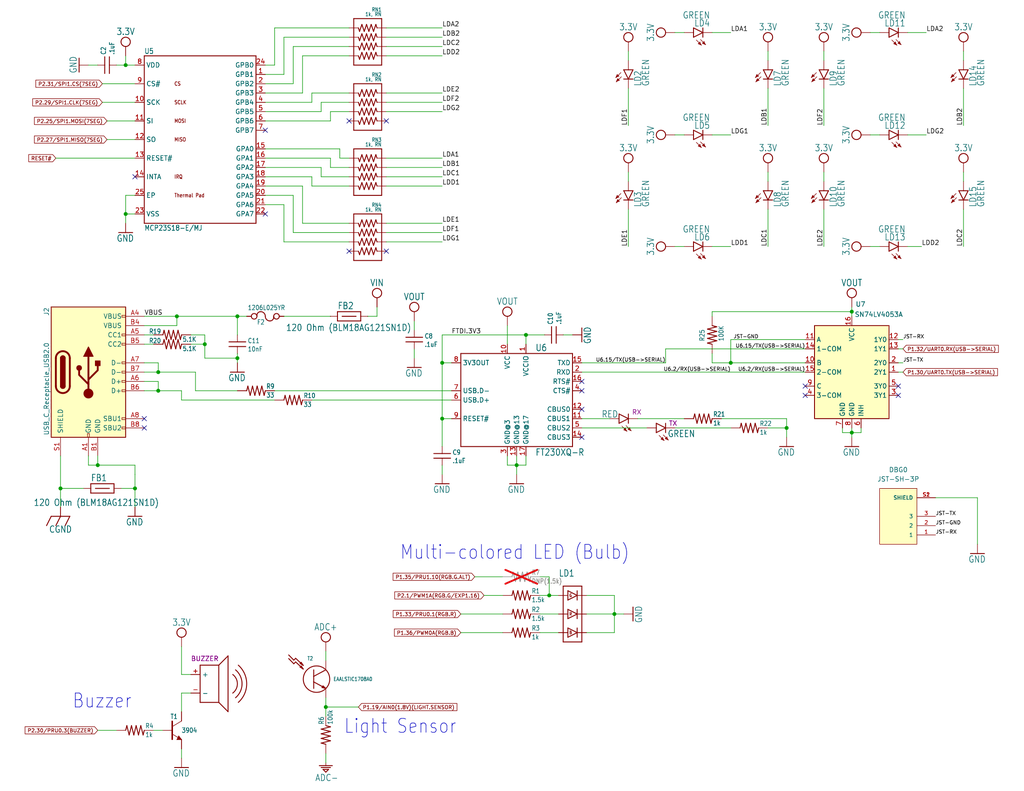
<source format=kicad_sch>
(kicad_sch (version 20250114) (generator "eeschema") (generator_version "9.0")
  (paper "A")
  (title_block (title "PocketBeagle TechLab") (rev "A5") (company "BeagleBoard.org Foundation"))
  (text "Multi-colored LED (Bulb)" (at 140.462 153.162 0) (effects (font (size 3.81 3.2385)) (justify bottom)))
  (text "Buzzer" (at 36.068 191.516 0) (effects (font (size 3.81 3.2385)) (justify right)))
  (text "Light Sensor" (at 109.22 200.66 0) (effects (font (size 3.81 3.2385)) (justify bottom)))
  (junction (at 43.18 101.6))
  (junction (at 167.64 167.64))
  (junction (at 140.97 127))
  (junction (at 149.86 162.56))
  (junction (at 34.29 17.78))
  (junction (at 55.88 93.98))
  (junction (at 48.26 86.36))
  (junction (at 214.63 116.84))
  (junction (at 88.9 193.04))
  (junction (at 120.65 114.3))
  (junction (at 43.18 106.68))
  (junction (at 120.65 99.06))
  (junction (at 232.41 85.09))
  (junction (at 16.51 133.35))
  (junction (at 199.39 99.06))
  (junction (at 26.67 127))
  (junction (at 34.29 58.42))
  (junction (at 64.77 86.36))
  (junction (at 232.41 118.11))
  (junction (at 143.51 91.44))
  (junction (at 36.83 133.35))
  (junction (at 64.77 97.79))
  (no_connect (at 95.25 33.02))
  (no_connect (at 95.25 68.58))
  (no_connect (at 105.41 68.58))
  (no_connect (at 36.83 48.26))
  (no_connect (at 72.39 58.42))
  (no_connect (at 245.11 105.41))
  (no_connect (at 39.37 114.3))
  (no_connect (at 72.39 35.56))
  (no_connect (at 39.37 116.84))
  (no_connect (at 158.75 106.68))
  (no_connect (at 245.11 107.95))
  (no_connect (at 219.71 107.95))
  (no_connect (at 105.41 33.02))
  (no_connect (at 158.75 111.76))
  (no_connect (at 219.71 105.41))
  (no_connect (at 158.75 119.38))
  (no_connect (at 158.75 104.14))
  (wire (pts (xy 262.89 13.97) (xy 262.89 16.51)) (stroke (width 0.1524)))
  (wire (pts (xy 125.73 167.64) (xy 137.16 167.64)) (stroke (width 0.1524)))
  (wire (pts (xy 88.9 193.04) (xy 88.9 195.58)) (stroke (width 0.1524)))
  (wire (pts (xy 22.86 133.35) (xy 16.51 133.35)))
  (wire (pts (xy 85.09 25.4) (xy 95.25 25.4)) (stroke (width 0.1524)))
  (wire (pts (xy 16.51 124.46) (xy 16.51 133.35)))
  (wire (pts (xy 72.39 33.02) (xy 90.17 33.02)) (stroke (width 0.1524)))
  (wire (pts (xy 85.09 50.8) (xy 95.25 50.8)) (stroke (width 0.1524)))
  (wire (pts (xy 90.17 43.18) (xy 90.17 45.72)) (stroke (width 0.1524)))
  (wire (pts (xy 105.41 63.5) (xy 120.65 63.5)) (stroke (width 0.1524)))
  (wire (pts (xy 105.41 30.48) (xy 120.65 30.48)) (stroke (width 0.1524)))
  (wire (pts (xy 72.39 20.32) (xy 77.47 20.32)) (stroke (width 0.1524)))
  (wire (pts (xy 34.29 15.24) (xy 34.29 17.78)) (stroke (width 0.1524)))
  (wire (pts (xy 171.45 46.99) (xy 171.45 49.53)) (stroke (width 0.1524)))
  (wire (pts (xy 41.91 91.44) (xy 39.37 91.44)))
  (wire (pts (xy 105.41 27.94) (xy 120.65 27.94)) (stroke (width 0.1524)))
  (wire (pts (xy 194.31 85.09) (xy 232.41 85.09)))
  (wire (pts (xy 140.97 127) (xy 138.43 127)) (stroke (width 0.1524)))
  (wire (pts (xy 167.64 162.56) (xy 160.02 162.56)) (stroke (width 0.1524)))
  (wire (pts (xy 72.39 43.18) (xy 90.17 43.18)) (stroke (width 0.1524)))
  (wire (pts (xy 147.32 172.72) (xy 152.4 172.72)) (stroke (width 0.1524)))
  (wire (pts (xy 171.45 24.13) (xy 171.45 34.29)) (stroke (width 0.1524)))
  (wire (pts (xy 36.83 127) (xy 36.83 129.54)))
  (wire (pts (xy 26.67 199.39) (xy 31.75 199.39)) (stroke (width 0.1524)))
  (wire (pts (xy 39.37 86.36) (xy 48.26 86.36)))
  (wire (pts (xy 143.51 91.44) (xy 148.59 91.44)) (stroke (width 0.1524)))
  (wire (pts (xy 72.39 30.48) (xy 87.63 30.48)) (stroke (width 0.1524)))
  (wire (pts (xy 147.32 162.56) (xy 149.86 162.56)) (stroke (width 0.1524)))
  (wire (pts (xy 92.71 43.18) (xy 95.25 43.18)) (stroke (width 0.1524)))
  (wire (pts (xy 262.89 57.15) (xy 262.89 67.31)) (stroke (width 0.1524)))
  (wire (pts (xy 48.26 86.36) (xy 48.26 88.9)))
  (wire (pts (xy 53.34 106.68) (xy 64.77 106.68)) (stroke (width 0.1524)))
  (wire (pts (xy 140.97 129.54) (xy 140.97 127)) (stroke (width 0.1524)))
  (wire (pts (xy 143.51 124.46) (xy 143.51 127)) (stroke (width 0.1524)))
  (wire (pts (xy 72.39 22.86) (xy 80.01 22.86)) (stroke (width 0.1524)))
  (wire (pts (xy 34.29 17.78) (xy 36.83 17.78)) (stroke (width 0.1524)))
  (wire (pts (xy 160.02 167.64) (xy 167.64 167.64)) (stroke (width 0.1524)))
  (wire (pts (xy 120.65 91.44) (xy 143.51 91.44)) (stroke (width 0.1524)))
  (wire (pts (xy 82.55 60.96) (xy 95.25 60.96)) (stroke (width 0.1524)))
  (wire (pts (xy 90.17 30.48) (xy 95.25 30.48)) (stroke (width 0.1524)))
  (wire (pts (xy 48.26 88.9) (xy 39.37 88.9)))
  (wire (pts (xy 49.53 106.68) (xy 43.18 106.68)) (stroke (width 0.1524)))
  (wire (pts (xy 196.85 114.3) (xy 214.63 114.3)) (stroke (width 0.1524)))
  (wire (pts (xy 55.88 97.79) (xy 64.77 97.79)))
  (wire (pts (xy 167.64 167.64) (xy 170.18 167.64)) (stroke (width 0.1524)))
  (wire (pts (xy 49.53 176.53) (xy 49.53 184.15)) (stroke (width 0.1524)))
  (wire (pts (xy 72.39 50.8) (xy 82.55 50.8)) (stroke (width 0.1524)))
  (wire (pts (xy 105.41 10.16) (xy 120.65 10.16)) (stroke (width 0.1524)))
  (wire (pts (xy 246.38 101.6) (xy 245.11 101.6)))
  (wire (pts (xy 72.39 27.94) (xy 85.09 27.94)) (stroke (width 0.1524)))
  (wire (pts (xy 82.55 15.24) (xy 95.25 15.24)) (stroke (width 0.1524)))
  (wire (pts (xy 72.39 40.64) (xy 92.71 40.64)) (stroke (width 0.1524)))
  (wire (pts (xy 85.09 48.26) (xy 85.09 50.8)) (stroke (width 0.1524)))
  (wire (pts (xy 184.15 8.89) (xy 186.69 8.89)) (stroke (width 0.1524)))
  (wire (pts (xy 123.19 99.06) (xy 120.65 99.06)) (stroke (width 0.1524)))
  (wire (pts (xy 77.47 66.04) (xy 95.25 66.04)) (stroke (width 0.1524)))
  (wire (pts (xy 171.45 13.97) (xy 171.45 16.51)) (stroke (width 0.1524)))
  (wire (pts (xy 105.41 12.7) (xy 120.65 12.7)) (stroke (width 0.1524)))
  (wire (pts (xy 82.55 50.8) (xy 82.55 60.96)) (stroke (width 0.1524)))
  (wire (pts (xy 138.43 93.98) (xy 138.43 88.9)) (stroke (width 0.1524)))
  (wire (pts (xy 255.27 135.89) (xy 266.7 135.89)))
  (wire (pts (xy 214.63 114.3) (xy 214.63 116.84)) (stroke (width 0.1524)))
  (wire (pts (xy 55.88 93.98) (xy 55.88 97.79)))
  (wire (pts (xy 158.75 116.84) (xy 176.53 116.84)) (stroke (width 0.1524)))
  (wire (pts (xy 52.07 93.98) (xy 55.88 93.98)))
  (wire (pts (xy 15.24 43.18) (xy 36.83 43.18)) (stroke (width 0.1524)))
  (wire (pts (xy 181.61 95.25) (xy 181.61 99.06)))
  (wire (pts (xy 149.86 162.56) (xy 152.4 162.56)) (stroke (width 0.1524)))
  (wire (pts (xy 123.19 109.22) (xy 85.09 109.22)) (stroke (width 0.1524)))
  (wire (pts (xy 24.13 127) (xy 26.67 127)))
  (wire (pts (xy 34.29 53.34) (xy 34.29 58.42)) (stroke (width 0.1524)))
  (wire (pts (xy 120.65 114.3) (xy 120.65 121.92)) (stroke (width 0.1524)))
  (wire (pts (xy 232.41 118.11) (xy 232.41 116.84)))
  (wire (pts (xy 247.65 67.31) (xy 251.46 67.31)) (stroke (width 0.1524)))
  (wire (pts (xy 55.88 91.44) (xy 55.88 93.98)))
  (wire (pts (xy 87.63 30.48) (xy 87.63 27.94)) (stroke (width 0.1524)))
  (wire (pts (xy 156.21 91.44) (xy 153.67 91.44)) (stroke (width 0.1524)))
  (wire (pts (xy 120.65 127) (xy 120.65 129.54)) (stroke (width 0.1524)))
  (wire (pts (xy 64.77 86.36) (xy 67.31 86.36)))
  (wire (pts (xy 43.18 106.68) (xy 43.18 104.14)))
  (wire (pts (xy 158.75 99.06) (xy 181.61 99.06)) (stroke (width 0.1524)))
  (wire (pts (xy 214.63 116.84) (xy 214.63 119.38)) (stroke (width 0.1524)))
  (wire (pts (xy 49.53 207.01) (xy 49.53 204.47)) (stroke (width 0.1524)))
  (wire (pts (xy 82.55 25.4) (xy 82.55 15.24)) (stroke (width 0.1524)))
  (wire (pts (xy 105.41 45.72) (xy 120.65 45.72)) (stroke (width 0.1524)))
  (wire (pts (xy 77.47 55.88) (xy 77.47 66.04)) (stroke (width 0.1524)))
  (wire (pts (xy 102.87 83.82) (xy 102.87 86.36)) (stroke (width 0.1524)))
  (wire (pts (xy 49.53 109.22) (xy 74.93 109.22)) (stroke (width 0.1524)))
  (wire (pts (xy 247.65 8.89) (xy 252.73 8.89)) (stroke (width 0.1524)))
  (wire (pts (xy 105.41 60.96) (xy 120.65 60.96)) (stroke (width 0.1524)))
  (wire (pts (xy 49.53 109.22) (xy 49.53 106.68)) (stroke (width 0.1524)))
  (wire (pts (xy 247.65 36.83) (xy 252.73 36.83)) (stroke (width 0.1524)))
  (wire (pts (xy 64.77 97.79) (xy 64.77 96.52)) (stroke (width 0.1524)))
  (wire (pts (xy 113.03 90.17) (xy 113.03 87.63)) (stroke (width 0.1524)))
  (wire (pts (xy 209.55 46.99) (xy 209.55 49.53)) (stroke (width 0.1524)))
  (wire (pts (xy 184.15 67.31) (xy 186.69 67.31)) (stroke (width 0.1524)))
  (wire (pts (xy 246.38 95.25) (xy 245.11 95.25)))
  (wire (pts (xy 102.87 86.36) (xy 100.33 86.36)) (stroke (width 0.1524)))
  (wire (pts (xy 77.47 20.32) (xy 77.47 10.16)) (stroke (width 0.1524)))
  (wire (pts (xy 194.31 85.09) (xy 194.31 86.36)))
  (wire (pts (xy 39.37 104.14) (xy 43.18 104.14)))
  (wire (pts (xy 24.13 17.78) (xy 26.67 17.78)) (stroke (width 0.1524)))
  (wire (pts (xy 26.67 127) (xy 36.83 127)))
  (wire (pts (xy 129.54 157.48) (xy 137.16 157.48)) (stroke (width 0.1524)))
  (wire (pts (xy 72.39 25.4) (xy 82.55 25.4)) (stroke (width 0.1524)))
  (wire (pts (xy 49.53 184.15) (xy 52.07 184.15)) (stroke (width 0.1524)))
  (wire (pts (xy 29.21 33.02) (xy 36.83 33.02)) (stroke (width 0.1524)))
  (wire (pts (xy 262.89 24.13) (xy 262.89 34.29)) (stroke (width 0.1524)))
  (wire (pts (xy 229.87 118.11) (xy 232.41 118.11)))
  (wire (pts (xy 199.39 92.71) (xy 199.39 99.06)))
  (wire (pts (xy 43.18 99.06) (xy 43.18 101.6)))
  (wire (pts (xy 87.63 27.94) (xy 95.25 27.94)) (stroke (width 0.1524)))
  (wire (pts (xy 229.87 116.84) (xy 229.87 118.11)))
  (wire (pts (xy 72.39 48.26) (xy 85.09 48.26)) (stroke (width 0.1524)))
  (wire (pts (xy 181.61 95.25) (xy 219.71 95.25)))
  (wire (pts (xy 53.34 106.68) (xy 53.34 101.6)) (stroke (width 0.1524)))
  (wire (pts (xy 39.37 101.6) (xy 43.18 101.6)))
  (wire (pts (xy 224.79 46.99) (xy 224.79 49.53)) (stroke (width 0.1524)))
  (wire (pts (xy 224.79 57.15) (xy 224.79 67.31)) (stroke (width 0.1524)))
  (wire (pts (xy 184.15 116.84) (xy 199.39 116.84)) (stroke (width 0.1524)))
  (wire (pts (xy 27.94 22.86) (xy 36.83 22.86)) (stroke (width 0.1524)))
  (wire (pts (xy 105.41 43.18) (xy 120.65 43.18)) (stroke (width 0.1524)))
  (wire (pts (xy 147.32 167.64) (xy 152.4 167.64)) (stroke (width 0.1524)))
  (wire (pts (xy 105.41 25.4) (xy 120.65 25.4)) (stroke (width 0.1524)))
  (wire (pts (xy 77.47 10.16) (xy 95.25 10.16)) (stroke (width 0.1524)))
  (wire (pts (xy 72.39 53.34) (xy 80.01 53.34)) (stroke (width 0.1524)))
  (wire (pts (xy 72.39 55.88) (xy 77.47 55.88)) (stroke (width 0.1524)))
  (wire (pts (xy 171.45 57.15) (xy 171.45 67.31)) (stroke (width 0.1524)))
  (wire (pts (xy 36.83 133.35) (xy 36.83 129.54)) (stroke (width 0.1524)))
  (wire (pts (xy 246.38 92.71) (xy 245.11 92.71)))
  (wire (pts (xy 194.31 67.31) (xy 199.39 67.31)) (stroke (width 0.1524)))
  (wire (pts (xy 80.01 22.86) (xy 80.01 12.7)) (stroke (width 0.1524)))
  (wire (pts (xy 143.51 91.44) (xy 143.51 93.98)) (stroke (width 0.1524)))
  (wire (pts (xy 90.17 45.72) (xy 95.25 45.72)) (stroke (width 0.1524)))
  (wire (pts (xy 199.39 92.71) (xy 219.71 92.71)))
  (wire (pts (xy 72.39 45.72) (xy 87.63 45.72)) (stroke (width 0.1524)))
  (wire (pts (xy 74.93 106.68) (xy 123.19 106.68)) (stroke (width 0.1524)))
  (wire (pts (xy 147.32 157.48) (xy 149.86 157.48)) (stroke (width 0.1524)))
  (wire (pts (xy 237.49 8.89) (xy 240.03 8.89)) (stroke (width 0.1524)))
  (wire (pts (xy 234.95 116.84) (xy 234.95 118.11)))
  (wire (pts (xy 167.64 172.72) (xy 167.64 167.64)) (stroke (width 0.1524)))
  (wire (pts (xy 74.93 7.62) (xy 95.25 7.62)) (stroke (width 0.1524)))
  (wire (pts (xy 39.37 106.68) (xy 43.18 106.68)))
  (wire (pts (xy 149.86 157.48) (xy 149.86 162.56)) (stroke (width 0.1524)))
  (wire (pts (xy 262.89 46.99) (xy 262.89 49.53)) (stroke (width 0.1524)))
  (wire (pts (xy 167.64 172.72) (xy 160.02 172.72)) (stroke (width 0.1524)))
  (wire (pts (xy 105.41 50.8) (xy 120.65 50.8)) (stroke (width 0.1524)))
  (wire (pts (xy 113.03 97.79) (xy 113.03 95.25)) (stroke (width 0.1524)))
  (wire (pts (xy 123.19 114.3) (xy 120.65 114.3)) (stroke (width 0.1524)))
  (wire (pts (xy 209.55 116.84) (xy 214.63 116.84)) (stroke (width 0.1524)))
  (wire (pts (xy 92.71 40.64) (xy 92.71 43.18)) (stroke (width 0.1524)))
  (wire (pts (xy 90.17 33.02) (xy 90.17 30.48)) (stroke (width 0.1524)))
  (wire (pts (xy 209.55 24.13) (xy 209.55 34.29)) (stroke (width 0.1524)))
  (wire (pts (xy 120.65 99.06) (xy 120.65 91.44)) (stroke (width 0.1524)))
  (wire (pts (xy 232.41 119.38) (xy 232.41 118.11)))
  (wire (pts (xy 194.31 8.89) (xy 199.39 8.89)) (stroke (width 0.1524)))
  (wire (pts (xy 138.43 124.46) (xy 138.43 127)) (stroke (width 0.1524)))
  (wire (pts (xy 87.63 45.72) (xy 87.63 48.26)) (stroke (width 0.1524)))
  (wire (pts (xy 132.08 162.56) (xy 137.16 162.56)) (stroke (width 0.1524)))
  (wire (pts (xy 105.41 7.62) (xy 120.65 7.62)) (stroke (width 0.1524)))
  (wire (pts (xy 31.75 17.78) (xy 34.29 17.78)) (stroke (width 0.1524)))
  (wire (pts (xy 246.38 99.06) (xy 245.11 99.06)))
  (wire (pts (xy 232.41 85.09) (xy 232.41 86.36)))
  (wire (pts (xy 34.29 58.42) (xy 34.29 60.96)) (stroke (width 0.1524)))
  (wire (pts (xy 88.9 193.04) (xy 97.79 193.04)) (stroke (width 0.1524)))
  (wire (pts (xy 64.77 99.06) (xy 64.77 97.79)) (stroke (width 0.1524)))
  (wire (pts (xy 33.02 133.35) (xy 36.83 133.35)) (stroke (width 0.1524)))
  (wire (pts (xy 80.01 53.34) (xy 80.01 63.5)) (stroke (width 0.1524)))
  (wire (pts (xy 194.31 36.83) (xy 199.39 36.83)) (stroke (width 0.1524)))
  (wire (pts (xy 16.51 133.35) (xy 16.51 138.43)))
  (wire (pts (xy 167.64 162.56) (xy 167.64 167.64)) (stroke (width 0.1524)))
  (wire (pts (xy 36.83 58.42) (xy 34.29 58.42)) (stroke (width 0.1524)))
  (wire (pts (xy 158.75 114.3) (xy 166.37 114.3)) (stroke (width 0.1524)))
  (wire (pts (xy 24.13 127) (xy 24.13 124.46)))
  (wire (pts (xy 237.49 36.83) (xy 240.03 36.83)) (stroke (width 0.1524)))
  (wire (pts (xy 237.49 67.31) (xy 240.03 67.31)) (stroke (width 0.1524)))
  (wire (pts (xy 232.41 83.82) (xy 232.41 85.09)))
  (wire (pts (xy 224.79 24.13) (xy 224.79 34.29)) (stroke (width 0.1524)))
  (wire (pts (xy 36.83 53.34) (xy 34.29 53.34)) (stroke (width 0.1524)))
  (wire (pts (xy 52.07 91.44) (xy 55.88 91.44)))
  (wire (pts (xy 143.51 127) (xy 140.97 127)) (stroke (width 0.1524)))
  (wire (pts (xy 80.01 63.5) (xy 95.25 63.5)) (stroke (width 0.1524)))
  (wire (pts (xy 120.65 99.06) (xy 120.65 114.3)) (stroke (width 0.1524)))
  (wire (pts (xy 224.79 13.97) (xy 224.79 16.51)) (stroke (width 0.1524)))
  (wire (pts (xy 266.7 135.89) (xy 266.7 148.59)))
  (wire (pts (xy 36.83 133.35) (xy 36.83 138.43)) (stroke (width 0.1524)))
  (wire (pts (xy 48.26 86.36) (xy 64.77 86.36)))
  (wire (pts (xy 194.31 96.52) (xy 194.31 99.06)))
  (wire (pts (xy 158.75 101.6) (xy 219.71 101.6)))
  (wire (pts (xy 209.55 57.15) (xy 209.55 67.31)) (stroke (width 0.1524)))
  (wire (pts (xy 77.47 86.36) (xy 90.17 86.36)) (stroke (width 0.1524)))
  (wire (pts (xy 209.55 13.97) (xy 209.55 16.51)) (stroke (width 0.1524)))
  (wire (pts (xy 27.94 27.94) (xy 36.83 27.94)) (stroke (width 0.1524)))
  (wire (pts (xy 219.71 99.06) (xy 199.39 99.06)))
  (wire (pts (xy 105.41 66.04) (xy 120.65 66.04)) (stroke (width 0.1524)))
  (wire (pts (xy 53.34 101.6) (xy 43.18 101.6)) (stroke (width 0.1524)))
  (wire (pts (xy 41.91 199.39) (xy 44.45 199.39)) (stroke (width 0.1524)))
  (wire (pts (xy 140.97 124.46) (xy 140.97 127)) (stroke (width 0.1524)))
  (wire (pts (xy 49.53 194.31) (xy 49.53 189.23)) (stroke (width 0.1524)))
  (wire (pts (xy 29.21 38.1) (xy 36.83 38.1)) (stroke (width 0.1524)))
  (wire (pts (xy 88.9 193.04) (xy 88.9 190.5)) (stroke (width 0.1524)))
  (wire (pts (xy 39.37 99.06) (xy 43.18 99.06)))
  (wire (pts (xy 105.41 15.24) (xy 120.65 15.24)) (stroke (width 0.1524)))
  (wire (pts (xy 85.09 27.94) (xy 85.09 25.4)) (stroke (width 0.1524)))
  (wire (pts (xy 74.93 17.78) (xy 74.93 7.62)) (stroke (width 0.1524)))
  (wire (pts (xy 234.95 118.11) (xy 232.41 118.11)))
  (wire (pts (xy 88.9 177.8) (xy 88.9 180.34)) (stroke (width 0.1524)))
  (wire (pts (xy 72.39 17.78) (xy 74.93 17.78)) (stroke (width 0.1524)))
  (wire (pts (xy 173.99 114.3) (xy 186.69 114.3)) (stroke (width 0.1524)))
  (wire (pts (xy 125.73 172.72) (xy 137.16 172.72)) (stroke (width 0.1524)))
  (wire (pts (xy 194.31 99.06) (xy 199.39 99.06)))
  (wire (pts (xy 49.53 189.23) (xy 52.07 189.23)) (stroke (width 0.1524)))
  (wire (pts (xy 26.67 124.46) (xy 26.67 127)))
  (wire (pts (xy 88.9 208.28) (xy 88.9 205.74)) (stroke (width 0.1524)))
  (wire (pts (xy 87.63 48.26) (xy 95.25 48.26)) (stroke (width 0.1524)))
  (wire (pts (xy 184.15 36.83) (xy 186.69 36.83)) (stroke (width 0.1524)))
  (wire (pts (xy 105.41 48.26) (xy 120.65 48.26)) (stroke (width 0.1524)))
  (wire (pts (xy 41.91 93.98) (xy 39.37 93.98)))
  (wire (pts (xy 80.01 12.7) (xy 95.25 12.7)) (stroke (width 0.1524)))
  (wire (pts (xy 64.77 91.44) (xy 64.77 86.36)) (stroke (width 0.1524)))
  (label "LDC2" (at 262.89 67.31 90) (effects (font (size 1.2446 1.2446))))
  (label "LDF1" (at 120.65 63.5 0) (effects (font (size 1.2446 1.2446))))
  (label "LDC1" (at 120.65 48.26 0) (effects (font (size 1.2446 1.2446))))
  (label "JST-TX" (at 255.27 140.97 0) (effects (font (size 0.9957 0.9957))))
  (label "LDF2" (at 224.79 34.29 90) (effects (font (size 1.2446 1.2446))))
  (label "LDA1" (at 120.65 43.18 0) (effects (font (size 1.2446 1.2446))))
  (label "JST-RX" (at 246.38 92.71 0) (effects (font (size 0.9957 0.9957))))
  (label "U6.2/RX(USB->SERIAL)" (at 219.71 101.6 180) (effects (font (size 0.9957 0.9957))))
  (label "LDC1" (at 209.55 67.31 90) (effects (font (size 1.2446 1.2446))))
  (label "LDD1" (at 120.65 50.8 0) (effects (font (size 1.2446 1.2446))))
  (label "LDA2" (at 252.73 8.89 0) (effects (font (size 1.2446 1.2446))))
  (label "LDF1" (at 171.45 34.29 90) (effects (font (size 1.2446 1.2446))))
  (label "LDD1" (at 199.39 67.31 0) (effects (font (size 1.2446 1.2446))))
  (label "U6.15/TX(USB->SERIAL)" (at 181.61 99.06 180) (effects (font (size 0.9957 0.9957))))
  (label "LDC2" (at 120.65 12.7 0) (effects (font (size 1.2446 1.2446))))
  (label "LDG2" (at 120.65 30.48 0) (effects (font (size 1.2446 1.2446))))
  (label "FTDI.3V3" (at 123.19 91.44 0) (effects (font (size 1.2446 1.2446))))
  (label "LDE2" (at 120.65 25.4 0) (effects (font (size 1.2446 1.2446))))
  (label "LDE2" (at 224.79 67.31 90) (effects (font (size 1.2446 1.2446))))
  (label "JST-GND" (at 255.27 143.51 0) (effects (font (size 0.9957 0.9957))))
  (label "LDG1" (at 120.65 66.04 0) (effects (font (size 1.2446 1.2446))))
  (label "LDD2" (at 120.65 15.24 0) (effects (font (size 1.2446 1.2446))))
  (label "U6.2/RX(USB->SERIAL)" (at 199.39 101.6 180) (effects (font (size 0.9957 0.9957))))
  (label "LDE1" (at 120.65 60.96 0) (effects (font (size 1.2446 1.2446))))
  (label "LDB1" (at 209.55 34.29 90) (effects (font (size 1.2446 1.2446))))
  (label "LDD2" (at 251.46 67.31 0) (effects (font (size 1.2446 1.2446))))
  (label "U6.15/TX(USB->SERIAL)" (at 219.71 95.25 180) (effects (font (size 0.9957 0.9957))))
  (label "LDA2" (at 120.65 7.62 0) (effects (font (size 1.2446 1.2446))))
  (label "LDE1" (at 171.45 67.31 90) (effects (font (size 1.2446 1.2446))))
  (label "JST-TX" (at 246.38 99.06 0) (effects (font (size 0.9957 0.9957))))
  (label "LDG2" (at 252.73 36.83 0) (effects (font (size 1.2446 1.2446))))
  (label "VBUS" (at 39.37 86.36 0) (effects (font (size 1.2446 1.2446))))
  (label "LDB1" (at 120.65 45.72 0) (effects (font (size 1.2446 1.2446))))
  (label "JST-RX" (at 255.27 146.05 0) (effects (font (size 0.9957 0.9957))))
  (label "LDA1" (at 199.39 8.89 0) (effects (font (size 1.2446 1.2446))))
  (label "LDF2" (at 120.65 27.94 0) (effects (font (size 1.2446 1.2446))))
  (label "LDB2" (at 120.65 10.16 0) (effects (font (size 1.2446 1.2446))))
  (label "LDG1" (at 199.39 36.83 0) (effects (font (size 1.2446 1.2446))))
  (label "JST-GND" (at 207.01 92.71 180) (effects (font (size 0.9957 0.9957))))
  (label "LDB2" (at 262.89 34.29 90) (effects (font (size 1.2446 1.2446))))
  (global_label "P2.1{slash}PWM1A(RGB.G{slash}EXP1.16)" (shape input) (at 132.08 162.56 180) (effects (font (size 0.9957 0.9957))) (property "Intersheetrefs" "${INTERSHEET_REFS}" (at 98.8254 162.56 0) (effects (justify right))))
  (global_label "P1.30{slash}UART0.TX(USB->SERIAL)" (shape input) (at 246.38 101.6 0) (effects (font (size 0.9957 0.9957))) (property "Intersheetrefs" "${INTERSHEET_REFS}" (at 272.6173 101.6 0) (effects (justify left))))
  (global_label "P2.30{slash}PRU0.3(BUZZER)" (shape input) (at 26.67 199.39 180) (effects (font (size 0.9957 0.9957))) (property "Intersheetrefs" "${INTERSHEET_REFS}" (at 2.187 199.39 0) (effects (justify right))))
  (global_label "RESET#" (shape input) (at 15.24 43.18 180) (effects (font (size 0.9957 0.9957))) (property "Intersheetrefs" "${INTERSHEET_REFS}" (at 7.3994 43.18 0) (effects (justify right))))
  (global_label "P1.32{slash}UART0.RX(USB->SERIAL)" (shape input) (at 246.38 95.25 0) (effects (font (size 0.9957 0.9957))) (property "Intersheetrefs" "${INTERSHEET_REFS}" (at 272.8544 95.25 0) (effects (justify left))))
  (global_label "P2.25{slash}SPI1.MOSI(7SEG)" (shape input) (at 29.21 33.02 180) (effects (font (size 0.9957 0.9957))) (property "Intersheetrefs" "${INTERSHEET_REFS}" (at 4.7271 33.02 0) (effects (justify right))))
  (global_label "P2.29{slash}SPI1.CLK(7SEG)" (shape input) (at 27.94 27.94 180) (effects (font (size 0.9957 0.9957))) (property "Intersheetrefs" "${INTERSHEET_REFS}" (at 4.2631 27.94 0) (effects (justify right))))
  (global_label "P1.33{slash}PRU0.1(RGB.R)" (shape input) (at 125.73 167.64 180) (effects (font (size 0.9957 0.9957))) (property "Intersheetrefs" "${INTERSHEET_REFS}" (at 102.6221 167.64 0) (effects (justify right))))
  (global_label "P2.31{slash}SPI1.CS(7SEG)" (shape input) (at 27.94 22.86 180) (effects (font (size 0.9957 0.9957))) (property "Intersheetrefs" "${INTERSHEET_REFS}" (at 5.1165 22.86 0) (effects (justify right))))
  (global_label "P2.27{slash}SPI1.MISO(7SEG)" (shape input) (at 29.21 38.1 180) (effects (font (size 0.9957 0.9957))) (property "Intersheetrefs" "${INTERSHEET_REFS}" (at 4.7271 38.1 0) (effects (justify right))))
  (global_label "P1.35{slash}PRU1.10(RGB.G.ALT)" (shape input) (at 129.54 157.48 180) (effects (font (size 0.9957 0.9957))) (property "Intersheetrefs" "${INTERSHEET_REFS}" (at 102.5916 157.48 0) (effects (justify right))))
  (global_label "P1.36{slash}PWM0A(RGB.B)" (shape input) (at 125.73 172.72 180) (effects (font (size 0.9957 0.9957))) (property "Intersheetrefs" "${INTERSHEET_REFS}" (at 102.954 172.72 0) (effects (justify right))))
  (global_label "P1.19{slash}AIN0(1.8V)(LIGHT.SENSOR)" (shape input) (at 97.79 193.04 0) (effects (font (size 0.9957 0.9957))) (property "Intersheetrefs" "${INTERSHEET_REFS}" (at 125.1177 193.04 0) (effects (justify left))))
  (symbol (lib_id "TechLab-eagle-import:CAPACITOR-(INCH)-0402") (at 113.03 92.71 0) (unit 1)
    (property "Reference" "C8" (at 115.824 92.456 0) (effects (font (size 1.27 1.0795)) (justify left bottom)))
    (property "Value" ".1uF" (at 115.824 94.742 0) (effects (font (size 1.27 1.0795)) (justify left bottom)))
    (property "Footprint" "TechLab:0402" (effects (hide yes)))
    (property "MANUFACTURER" "TDK" (effects (hide yes)))
    (property "MPN" "C1005X7R1H104K050BB" (effects (hide yes)))
  )
  (symbol (lib_id "TechLab-eagle-import:RESISTOR.NETWORK-(4)") (at 100.33 30.48 0) (mirror y) (unit 1)
    (property "Reference" "RN2" (at 104.14 20.955 0) (effects (font (size 1.016 0.8636)) (justify left bottom)))
    (property "Value" "1k, RN" (at 104.14 22.225 0) (effects (font (size 1.016 0.8636)) (justify left bottom)))
    (property "Footprint" "TechLab:RN0804" (effects (hide yes)))
    (property "MANUFACTURER" "Bourns" (effects (hide yes)))
    (property "MPN" "CAY10-102J4LF" (effects (hide yes)))
  )
  (symbol (lib_id "TechLab-eagle-import:RESISTOR-(INCH)-0402") (at 36.83 199.39 0) (unit 1)
    (property "Reference" "R4" (at 39.624 198.882 0) (effects (font (size 1.27 1.0795)) (justify left bottom)))
    (property "Value" "1k" (at 39.624 199.898 0) (effects (font (size 1.27 1.0795)) (justify left top)))
    (property "Footprint" "TechLab:0402" (effects (hide yes)))
    (property "MANUFACTURER" "TE Connectivity" (effects (hide yes)))
    (property "MPN" "1-1622826-8" (effects (hide yes)))
  )
  (symbol (lib_id "Upside Down Labs:SN74LV4053A") (at 232.41 101.6 0) (unit 1)
    (property "Reference" "U7" (at 233.426 83.058 0) (effects (justify left)))
    (property "Value" "SN74LV4053A" (at 233.172 85.852 0) (effects (justify left)))
    (property "Footprint" "Upside Down Labs:SOT-23-THN-16" (effects (hide yes)))
    (property "MANUFACTURER" "Texas Instruments" (effects (hide yes)))
    (property "MPN" "SN74LV4053ADYYR" (effects (hide yes)))
  )
  (symbol (lib_id "TechLab-eagle-import:LED-(INCH)-0805") (at 242.57 8.89 90) (unit 1)
    (property "Reference" "LD11" (at 247.142 5.334 90) (effects (font (size 1.778 1.5113)) (justify left bottom)))
    (property "Value" "GREEN" (at 247.142 3.175 90) (effects (font (size 1.778 1.5113)) (justify left bottom)))
    (property "Footprint" "TechLab:0805-LED" (effects (hide yes)))
    (property "MANUFACTURER" "Lumex" (effects (hide yes)))
    (property "MPN" "SML-LXT0805GW-TR" (effects (hide yes)))
  )
  (symbol (lib_id "TechLab-eagle-import:LED-(INCH)-0805") (at 168.91 114.3 90) (unit 1)
    (property "Reference" "RX0" (effects (hide yes)))
    (property "Value" "RED" (at 164.084 114.046 90) (effects (font (size 1.778 1.5113)) (justify right top)))
    (property "Footprint" "TechLab:0805-LED" (effects (hide yes)))
    (property "Description" "RX" (at 173.736 112.522 90))
    (property "MANUFACTURER" "Dialight" (effects (hide yes)))
    (property "MPN" "598-8110-107F" (effects (hide yes)))
  )
  (symbol (lib_id "TechLab-eagle-import:CAPACITOR-(INCH)-0402") (at 120.65 124.46 0) (unit 1)
    (property "Reference" "C9" (at 123.444 124.206 0) (effects (font (size 1.27 1.0795)) (justify left bottom)))
    (property "Value" ".1uF" (at 123.444 126.492 0) (effects (font (size 1.27 1.0795)) (justify left bottom)))
    (property "Footprint" "TechLab:0402" (effects (hide yes)))
    (property "MANUFACTURER" "TDK" (effects (hide yes)))
    (property "MPN" "C1005X7R1H104K050BB" (effects (hide yes)))
  )
  (symbol (lib_id "TechLab-eagle-import:GND") (at 214.63 121.92 0) (unit 1)
    (property "Reference" "#GND30" (effects (hide yes)))
    (property "Value" "GND" (at 212.09 124.46 0) (effects (font (size 1.778 1.5113)) (justify left bottom)))
  )
  (symbol (lib_id "Connector:USB_C_Receptacle_USB2.0") (at 24.13 101.6 0) (unit 1)
    (property "Reference" "J2" (at 12.7 85.09 90))
    (property "Value" "USB_C_Receptacle_USB2.0" (at 12.7 106.172 90))
    (property "Footprint" "Connector_USB:USB_C_Receptacle_GCT_USB4105-xx-A_16P_TopMnt_Horizontal" (effects (hide yes)))
    (property "Datasheet" "https://www.usb.org/sites/default/files/documents/usb_type-c.zip" (effects (hide yes)))
    (property "MANUFACTURER" "GCT" (effects (hide yes)))
    (property "MPN" "USB4105-GF-A" (effects (hide yes)))
  )
  (symbol (lib_id "TechLab-eagle-import:LED-(INCH)-0805") (at 171.45 52.07 0) (unit 1)
    (property "Reference" "LD3" (at 175.006 56.642 90) (effects (font (size 1.778 1.5113)) (justify left bottom)))
    (property "Value" "GREEN" (at 177.165 56.642 90) (effects (font (size 1.778 1.5113)) (justify left bottom)))
    (property "Footprint" "TechLab:0805-LED" (effects (hide yes)))
    (property "MANUFACTURER" "Lumex" (effects (hide yes)))
    (property "MPN" "SML-LXT0805GW-TR" (effects (hide yes)))
  )
  (symbol (lib_id "TechLab-eagle-import:GND") (at 21.59 17.78 270) (unit 1)
    (property "Reference" "#GND7" (effects (hide yes)))
    (property "Value" "GND" (at 19.05 15.24 0) (effects (font (size 1.778 1.5113)) (justify left bottom)))
  )
  (symbol (lib_id "TechLab-eagle-import:RESISTOR.NETWORK-(4)") (at 100.33 12.7 0) (mirror y) (unit 1)
    (property "Reference" "RN1" (at 104.14 3.175 0) (effects (font (size 1.016 0.8636)) (justify left bottom)))
    (property "Value" "1k, RN" (at 104.14 4.445 0) (effects (font (size 1.016 0.8636)) (justify left bottom)))
    (property "Footprint" "TechLab:RN0804" (effects (hide yes)))
    (property "MANUFACTURER" "Bourns" (effects (hide yes)))
    (property "MPN" "CAY10-102J4LF" (effects (hide yes)))
  )
  (symbol (lib_id "TechLab-eagle-import:CAPACITOR-(INCH)-0402") (at 29.21 17.78 90) (unit 1)
    (property "Reference" "C2" (at 28.956 14.986 0) (effects (font (size 1.27 1.0795)) (justify left bottom)))
    (property "Value" ".1uF" (at 31.242 14.986 0) (effects (font (size 1.27 1.0795)) (justify left bottom)))
    (property "Footprint" "TechLab:0402" (effects (hide yes)))
    (property "MANUFACTURER" "TDK" (effects (hide yes)))
    (property "MPN" "C1005X7R1H104K050BB" (effects (hide yes)))
  )
  (symbol (lib_id "TechLab-eagle-import:RESISTOR-(INCH)-0402") (at 46.99 93.98 0) (unit 1)
    (property "Reference" "R20" (at 40.64 93.726 0) (effects (font (size 1.27 1.0795)) (justify left bottom)))
    (property "Value" "5.1K" (at 49.784 94.488 0) (effects (font (size 1.27 1.0795)) (justify left top)))
    (property "Footprint" "Upside Down Labs:0402" (effects (hide yes)))
    (property "MPN" "RC0402FR-075K1L" (effects (hide yes)))
    (property "MANUFACTURER" "Yageo" (effects (hide yes)))
  )
  (symbol (lib_id "TechLab-eagle-import:GND") (at 64.77 101.6 0) (unit 1)
    (property "Reference" "#GND23" (effects (hide yes)))
    (property "Value" "GND" (at 62.23 104.14 0) (effects (font (size 1.778 1.5113)) (justify left bottom)))
  )
  (symbol (lib_id "TechLab-eagle-import:RESISTOR-(INCH)-0402") (at 191.77 114.3 0) (unit 1)
    (property "Reference" "R21" (at 194.564 113.792 0) (effects (font (size 1.27 1.0795)) (justify left bottom)))
    (property "Value" "1k" (at 194.564 114.808 0) (effects (font (size 1.27 1.0795)) (justify left top)))
    (property "Footprint" "TechLab:0402" (effects (hide yes)))
    (property "MANUFACTURER" "TE Connectivity" (effects (hide yes)))
    (property "MPN" "1-1622826-8" (effects (hide yes)))
  )
  (symbol (lib_id "TechLab-eagle-import:RESISTOR.NETWORK-(4)") (at 100.33 66.04 0) (mirror y) (unit 1)
    (property "Reference" "RN4" (at 104.14 56.515 0) (effects (font (size 1.016 0.8636)) (justify left bottom)))
    (property "Value" "1k, RN" (at 104.14 57.785 0) (effects (font (size 1.016 0.8636)) (justify left bottom)))
    (property "Footprint" "TechLab:RN0804" (effects (hide yes)))
    (property "MANUFACTURER" "Bourns" (effects (hide yes)))
    (property "MPN" "CAY10-102J4LF" (effects (hide yes)))
  )
  (symbol (lib_id "TechLab-eagle-import:CAPACITOR-(INCH)-0402") (at 151.13 91.44 90) (unit 1)
    (property "Reference" "C10" (at 150.876 88.646 0) (effects (font (size 1.27 1.0795)) (justify left bottom)))
    (property "Value" ".1uF" (at 153.162 88.646 0) (effects (font (size 1.27 1.0795)) (justify left bottom)))
    (property "Footprint" "TechLab:0402" (effects (hide yes)))
    (property "MANUFACTURER" "TDK" (effects (hide yes)))
    (property "MPN" "C1005X7R1H104K050BB" (effects (hide yes)))
  )
  (symbol (lib_id "TechLab-eagle-import:EAALSTIC1708A0") (at 86.36 185.42 0) (unit 1)
    (property "Reference" "T2" (at 83.82 180.34 0) (effects (font (size 1.016 0.8636)) (justify left bottom)))
    (property "Value" "EAALSTIC1708A0" (at 90.932 185.42 0) (effects (font (size 1.016 0.8636)) (justify left)))
    (property "Footprint" "TechLab:EAALSTIC1708A0" (effects (hide yes)))
    (property "MANUFACTURER" "Inolux" (effects (hide yes)))
    (property "MPN" "IN-S63DTLS" (effects (hide yes)))
  )
  (symbol (lib_id "TechLab-eagle-import:3.3V") (at 181.61 36.83 90) (unit 1)
    (property "Reference" "#SUPPLY27" (effects (hide yes)))
    (property "Value" "3.3V" (at 177.546 36.83 0) (effects (font (size 1.778 1.5113))))
  )
  (symbol (lib_id "TechLab-eagle-import:GND") (at 232.41 121.92 0) (unit 1)
    (property "Reference" "#GND035" (effects (hide yes)))
    (property "Value" "GND" (at 229.87 124.46 0) (effects (font (size 1.778 1.5113)) (justify left bottom)))
  )
  (symbol (lib_id "TechLab-eagle-import:LED-(INCH)-0805") (at 224.79 19.05 0) (unit 1)
    (property "Reference" "LD9" (at 228.346 23.622 90) (effects (font (size 1.778 1.5113)) (justify left bottom)))
    (property "Value" "GREEN" (at 230.505 23.622 90) (effects (font (size 1.778 1.5113)) (justify left bottom)))
    (property "Footprint" "TechLab:0805-LED" (effects (hide yes)))
    (property "MANUFACTURER" "Lumex" (effects (hide yes)))
    (property "MPN" "SML-LXT0805GW-TR" (effects (hide yes)))
  )
  (symbol (lib_id "TechLab-eagle-import:3.3V") (at 224.79 11.43 0) (unit 1)
    (property "Reference" "#SUPPLY31" (effects (hide yes)))
    (property "Value" "3.3V" (at 224.79 7.366 0) (effects (font (size 1.778 1.5113))))
  )
  (symbol (lib_id "TechLab-eagle-import:LED-(INCH)-0805") (at 209.55 52.07 0) (unit 1)
    (property "Reference" "LD8" (at 213.106 56.642 90) (effects (font (size 1.778 1.5113)) (justify left bottom)))
    (property "Value" "GREEN" (at 215.265 56.642 90) (effects (font (size 1.778 1.5113)) (justify left bottom)))
    (property "Footprint" "TechLab:0805-LED" (effects (hide yes)))
    (property "MANUFACTURER" "Lumex" (effects (hide yes)))
    (property "MPN" "SML-LXT0805GW-TR" (effects (hide yes)))
  )
  (symbol (lib_id "TechLab-eagle-import:MCP23S18") (at 54.61 38.1 0) (unit 1)
    (property "Reference" "U5" (at 39.37 13.97 0) (effects (font (size 1.4224 1.209)) (justify left)))
    (property "Value" "MCP23S18-E/MJ" (at 39.37 62.23 0) (effects (font (size 1.4224 1.209)) (justify left)))
    (property "Footprint" "TechLab:QFN24-MJ-0.5-4X4MM" (effects (hide yes)))
    (property "MANUFACTURER" "Microchip" (effects (hide yes)))
    (property "MPN" "MCP23S18-E/MJ" (effects (hide yes)))
  )
  (symbol (lib_id "TechLab-eagle-import:LED-(INCH)-0805") (at 189.23 36.83 90) (unit 1)
    (property "Reference" "LD5" (at 193.802 33.274 90) (effects (font (size 1.778 1.5113)) (justify left bottom)))
    (property "Value" "GREEN" (at 193.802 31.115 90) (effects (font (size 1.778 1.5113)) (justify left bottom)))
    (property "Footprint" "TechLab:0805-LED" (effects (hide yes)))
    (property "MANUFACTURER" "Lumex" (effects (hide yes)))
    (property "MPN" "SML-LXT0805GW-TR" (effects (hide yes)))
  )
  (symbol (lib_id "TechLab-eagle-import:FB-(INCH)-0603") (at 27.94 133.35 0) (unit 1)
    (property "Reference" "FB1" (at 24.765 131.445 0) (effects (font (size 1.778 1.5113)) (justify left bottom)))
    (property "Value" "120 Ohm (BLM18AG121SN1D)" (at 9.144 138.176 0) (effects (font (size 1.778 1.5113)) (justify left bottom)))
    (property "Footprint" "TechLab:0603" (effects (hide yes)))
    (property "MANUFACTURER" "Murata" (effects (hide yes)))
    (property "MPN" "BLM18AG121SN1D" (effects (hide yes)))
  )
  (symbol (lib_id "TechLab-eagle-import:SMD-140035H") (at 57.15 186.69 0) (unit 1)
    (property "Reference" "BUZZER0" (effects (hide yes)))
    (property "Value" "SMD-140035H" (effects (hide yes)))
    (property "Footprint" "TechLab:SMD-140035H" (effects (hide yes)))
    (property "Description" "11x14 mm four pin square piezo" (effects (hide yes)))
    (property "MANUFACTURER" "PUI Audio" (effects (hide yes)))
    (property "MPN" "SMT-1427-S-5V-HT-R" (effects (hide yes)))
    (property "Field7" "BUZZER" (at 55.88 179.832 0))
  )
  (symbol (lib_id "TechLab-eagle-import:VIN") (at 102.87 81.28 0) (unit 1)
    (property "Reference" "#SUPPLY16" (effects (hide yes)))
    (property "Value" "VIN" (at 102.87 77.216 0) (effects (font (size 1.778 1.5113))))
  )
  (symbol (lib_id "TechLab-eagle-import:ADC+") (at 88.9 175.26 0) (unit 1)
    (property "Reference" "#SUPPLY19" (effects (hide yes)))
    (property "Value" "ADC+" (at 88.9 171.196 0) (effects (font (size 1.778 1.5113))))
  )
  (symbol (lib_id "TechLab-eagle-import:ADC-") (at 88.9 210.82 0) (unit 1)
    (property "Reference" "#SUPPLY22" (effects (hide yes)))
    (property "Value" "ADC-" (at 89.154 212.344 0) (effects (font (size 1.778 1.5113))))
  )
  (symbol (lib_id "TechLab-eagle-import:VOUT") (at 232.41 81.28 0) (unit 1)
    (property "Reference" "#SUPPLY041" (effects (hide yes)))
    (property "Value" "VOUT" (at 232.41 77.216 0) (effects (font (size 1.778 1.5113))))
  )
  (symbol (lib_id "TechLab-eagle-import:RESISTOR-(INCH)-0402") (at 142.24 167.64 0) (unit 1)
    (property "Reference" "R2" (at 145.034 167.132 0) (effects (font (size 1.27 1.0795)) (justify left bottom)))
    (property "Value" "1.5k" (at 145.034 168.148 0) (effects (font (size 1.27 1.0795)) (justify left top)))
    (property "Footprint" "TechLab:0402" (effects (hide yes)))
    (property "MANUFACTURER" "Bourns" (effects (hide yes)))
    (property "MPN" "CR0402-FX-1501GLF" (effects (hide yes)))
  )
  (symbol (lib_id "TechLab-eagle-import:3.3V") (at 34.29 12.7 0) (unit 1)
    (property "Reference" "#SUPPLY6" (effects (hide yes)))
    (property "Value" "3.3V" (at 34.29 8.636 0) (effects (font (size 1.778 1.5113))))
  )
  (symbol (lib_id "TechLab-eagle-import:GND") (at 34.29 63.5 0) (unit 1)
    (property "Reference" "#GND22" (effects (hide yes)))
    (property "Value" "GND" (at 31.75 66.04 0) (effects (font (size 1.778 1.5113)) (justify left bottom)))
  )
  (symbol (lib_id "TechLab-eagle-import:RESISTOR-(INCH)-0402") (at 142.24 162.56 0) (unit 1)
    (property "Reference" "R1" (at 145.034 162.052 0) (effects (font (size 1.27 1.0795)) (justify left bottom)))
    (property "Value" "1.5k" (at 145.034 163.068 0) (effects (font (size 1.27 1.0795)) (justify left top)))
    (property "Footprint" "TechLab:0402" (effects (hide yes)))
    (property "MANUFACTURER" "Bourns" (effects (hide yes)))
    (property "MPN" "CR0402-FX-1501GLF" (effects (hide yes)))
  )
  (symbol (lib_id "TechLab-eagle-import:3.3V") (at 234.95 67.31 90) (unit 1)
    (property "Reference" "#SUPPLY35" (effects (hide yes)))
    (property "Value" "3.3V" (at 230.886 67.31 0) (effects (font (size 1.778 1.5113))))
  )
  (symbol (lib_id "TechLab-eagle-import:RESISTOR-(INCH)-0402") (at 69.85 106.68 0) (unit 1)
    (property "Reference" "R9" (at 72.644 106.172 0) (effects (font (size 1.27 1.0795)) (justify left bottom)))
    (property "Value" "33" (at 72.644 107.188 0) (effects (font (size 1.27 1.0795)) (justify left top)))
    (property "Footprint" "TechLab:0402" (effects (hide yes)))
    (property "MANUFACTURER" "Bourns" (effects (hide yes)))
    (property "MPN" "CR0402-FX-1501GLF" (effects (hide yes)))
  )
  (symbol (lib_id "TechLab-eagle-import:RESISTOR-(INCH)-0402") (at 142.24 172.72 0) (unit 1)
    (property "Reference" "R3" (at 145.034 172.212 0) (effects (font (size 1.27 1.0795)) (justify left bottom)))
    (property "Value" "1k" (at 145.034 173.228 0) (effects (font (size 1.27 1.0795)) (justify left top)))
    (property "Footprint" "TechLab:0402" (effects (hide yes)))
    (property "MANUFACTURER" "TE Connectivity" (effects (hide yes)))
    (property "MPN" "1-1622826-8" (effects (hide yes)))
  )
  (symbol (lib_id "TechLab-eagle-import:GND") (at 172.72 167.64 90) (unit 1)
    (property "Reference" "#GND25" (effects (hide yes)))
    (property "Value" "GND" (at 175.26 170.18 0) (effects (font (size 1.778 1.5113)) (justify left bottom)))
  )
  (symbol (lib_id "TechLab-eagle-import:3.3V") (at 171.45 44.45 0) (unit 1)
    (property "Reference" "#SUPPLY25" (effects (hide yes)))
    (property "Value" "3.3V" (at 171.45 40.386 0) (effects (font (size 1.778 1.5113))))
  )
  (symbol (lib_id "TechLab-eagle-import:RESISTOR-(INCH)-0402") (at 194.31 91.44 90) (unit 1)
    (property "Reference" "R25" (at 192.278 93.218 0) (effects (font (size 1.27 1.0795)) (justify left bottom)))
    (property "Value" "100K" (at 196.088 93.218 0) (effects (font (size 1.27 1.0795)) (justify left top)))
    (property "Footprint" "Upside Down Labs:0402" (effects (hide yes)))
    (property "MPN" "CRG0402F100K" (effects (hide yes)))
    (property "MANUFACTURER" "TE Connectivity" (effects (hide yes)))
  )
  (symbol (lib_id "TechLab-eagle-import:3.3V") (at 49.53 173.99 0) (unit 1)
    (property "Reference" "#SUPPLY40" (effects (hide yes)))
    (property "Value" "3.3V" (at 49.53 169.926 0) (effects (font (size 1.778 1.5113))))
  )
  (symbol (lib_id "TechLab-eagle-import:3.3V") (at 181.61 8.89 90) (unit 1)
    (property "Reference" "#SUPPLY26" (effects (hide yes)))
    (property "Value" "3.3V" (at 177.546 8.89 0) (effects (font (size 1.778 1.5113))))
  )
  (symbol (lib_id "TechLab-eagle-import:VOUT") (at 138.43 86.36 0) (unit 1)
    (property "Reference" "#SUPPLY23" (effects (hide yes)))
    (property "Value" "VOUT" (at 138.43 82.296 0) (effects (font (size 1.778 1.5113))))
  )
  (symbol (lib_id "TechLab-eagle-import:GND") (at 36.83 140.97 0) (unit 1)
    (property "Reference" "#GND11" (effects (hide yes)))
    (property "Value" "GND" (at 34.29 143.51 0) (effects (font (size 1.778 1.5113)) (justify left bottom)))
  )
  (symbol (lib_id "TechLab-eagle-import:FUSE-(INCH)-1206") (at 72.39 86.36 0) (unit 1)
    (property "Reference" "F2" (at 70.104 88.646 0) (effects (font (size 1.27 1.0795)) (justify left bottom)))
    (property "Value" "1206L025YR" (at 67.564 83.312 0) (effects (font (size 1.27 1.0795)) (justify left top)))
    (property "Footprint" "TechLab:1206" (effects (hide yes)))
    (property "MANUFACTURER" "Littelfuse" (effects (hide yes)))
    (property "MPN" "1206L025YR" (effects (hide yes)))
  )
  (symbol (lib_id "TechLab-eagle-import:RESISTOR-(INCH)-0402") (at 204.47 116.84 0) (unit 1)
    (property "Reference" "R22" (at 207.264 116.332 0) (effects (font (size 1.27 1.0795)) (justify left bottom)))
    (property "Value" "1k" (at 207.264 117.348 0) (effects (font (size 1.27 1.0795)) (justify left top)))
    (property "Footprint" "TechLab:0402" (effects (hide yes)))
    (property "MANUFACTURER" "TE Connectivity" (effects (hide yes)))
    (property "MPN" "1-1622826-8" (effects (hide yes)))
  )
  (symbol (lib_id "TechLab-eagle-import:GND") (at 120.65 132.08 0) (unit 1)
    (property "Reference" "#GND27" (effects (hide yes)))
    (property "Value" "GND" (at 118.11 134.62 0) (effects (font (size 1.778 1.5113)) (justify left bottom)))
  )
  (symbol (lib_id "TechLab-eagle-import:LED-(INCH)-0805") (at 262.89 52.07 0) (unit 1)
    (property "Reference" "LD15" (at 266.446 56.642 90) (effects (font (size 1.778 1.5113)) (justify left bottom)))
    (property "Value" "GREEN" (at 268.605 56.642 90) (effects (font (size 1.778 1.5113)) (justify left bottom)))
    (property "Footprint" "TechLab:0805-LED" (effects (hide yes)))
    (property "MANUFACTURER" "Lumex" (effects (hide yes)))
    (property "MPN" "SML-LXT0805GW-TR" (effects (hide yes)))
  )
  (symbol (lib_id "TechLab-eagle-import:3.3V") (at 234.95 8.89 90) (unit 1)
    (property "Reference" "#SUPPLY33" (effects (hide yes)))
    (property "Value" "3.3V" (at 230.886 8.89 0) (effects (font (size 1.778 1.5113))))
  )
  (symbol (lib_id "TechLab-eagle-import:CGND") (at 16.51 140.97 0) (unit 1)
    (property "Reference" "#SUPPLY5" (effects (hide yes)))
    (property "Value" "CGND" (at 16.51 144.526 0) (effects (font (size 1.778 1.5113))))
  )
  (symbol (lib_id "TechLab-eagle-import:RESISTOR-(INCH)-0402") (at 88.9 200.66 90) (unit 1)
    (property "Reference" "R6" (at 88.392 197.866 0) (effects (font (size 1.27 1.0795)) (justify left bottom)))
    (property "Value" "100k" (at 89.408 197.866 0) (effects (font (size 1.27 1.0795)) (justify left top)))
    (property "Footprint" "TechLab:0402" (effects (hide yes)))
    (property "MANUFACTURER" "TE Connectivity" (effects (hide yes)))
    (property "MPN" "CRG0402F100K" (effects (hide yes)))
  )
  (symbol (lib_id "TechLab-eagle-import:LED-(INCH)-0805") (at 189.23 67.31 90) (unit 1)
    (property "Reference" "LD6" (at 193.802 63.754 90) (effects (font (size 1.778 1.5113)) (justify left bottom)))
    (property "Value" "GREEN" (at 193.802 61.595 90) (effects (font (size 1.778 1.5113)) (justify left bottom)))
    (property "Footprint" "TechLab:0805-LED" (effects (hide yes)))
    (property "MANUFACTURER" "Lumex" (effects (hide yes)))
    (property "MPN" "SML-LXT0805GW-TR" (effects (hide yes)))
  )
  (symbol (lib_id "TechLab-eagle-import:3.3V") (at 209.55 44.45 0) (unit 1)
    (property "Reference" "#SUPPLY30" (effects (hide yes)))
    (property "Value" "3.3V" (at 209.55 40.386 0) (effects (font (size 1.778 1.5113))))
  )
  (symbol (lib_id "TechLab-eagle-import:VOUT") (at 113.03 85.09 0) (unit 1)
    (property "Reference" "#SUPPLY18" (effects (hide yes)))
    (property "Value" "VOUT" (at 113.03 81.026 0) (effects (font (size 1.778 1.5113))))
  )
  (symbol (lib_id "TechLab-eagle-import:LED-(INCH)-0805") (at 171.45 19.05 0) (unit 1)
    (property "Reference" "LD2" (at 175.006 23.622 90) (effects (font (size 1.778 1.5113)) (justify left bottom)))
    (property "Value" "GREEN" (at 177.165 23.622 90) (effects (font (size 1.778 1.5113)) (justify left bottom)))
    (property "Footprint" "TechLab:0805-LED" (effects (hide yes)))
    (property "MANUFACTURER" "Lumex" (effects (hide yes)))
    (property "MPN" "SML-LXT0805GW-TR" (effects (hide yes)))
  )
  (symbol (lib_id "TechLab-eagle-import:FT230XQ") (at 140.97 109.22 0) (unit 1)
    (property "Reference" "U6" (at 146.05 93.98 0) (effects (font (size 1.778 1.5113)) (justify left top)))
    (property "Value" "FT230XQ-R" (at 146.05 124.46 0) (effects (font (size 1.778 1.5113)) (justify left bottom)))
    (property "Footprint" "TechLab:QFN16-0.65-4X4MM" (effects (hide yes)))
    (property "MANUFACTURER" "FTDI" (effects (hide yes)))
    (property "MPN" "FT230XQ-R" (effects (hide yes)))
  )
  (symbol (lib_id "TechLab-eagle-import:LED-(INCH)-0805") (at 262.89 19.05 0) (unit 1)
    (property "Reference" "LD14" (at 266.446 23.622 90) (effects (font (size 1.778 1.5113)) (justify left bottom)))
    (property "Value" "GREEN" (at 268.605 23.622 90) (effects (font (size 1.778 1.5113)) (justify left bottom)))
    (property "Footprint" "TechLab:0805-LED" (effects (hide yes)))
    (property "MANUFACTURER" "Lumex" (effects (hide yes)))
    (property "MPN" "SML-LXT0805GW-TR" (effects (hide yes)))
  )
  (symbol (lib_id "TechLab-eagle-import:3.3V") (at 262.89 44.45 0) (unit 1)
    (property "Reference" "#SUPPLY39" (effects (hide yes)))
    (property "Value" "3.3V" (at 262.89 40.386 0) (effects (font (size 1.778 1.5113))))
  )
  (symbol (lib_id "TechLab-eagle-import:LED-(INCH)-0805") (at 179.07 116.84 90) (unit 1)
    (property "Reference" "TX0" (effects (hide yes)))
    (property "Value" "GREEN" (at 182.118 119.38 90) (effects (font (size 1.778 1.5113)) (justify right top)))
    (property "Footprint" "TechLab:0805-LED" (effects (hide yes)))
    (property "Description" "TX" (at 183.642 115.57 90))
    (property "MANUFACTURER" "Lumex" (effects (hide yes)))
    (property "MPN" "SML-LXT0805GW-TR" (effects (hide yes)))
  )
  (symbol (lib_id "TechLab-eagle-import:3.3V") (at 224.79 44.45 0) (unit 1)
    (property "Reference" "#SUPPLY32" (effects (hide yes)))
    (property "Value" "3.3V" (at 224.79 40.386 0) (effects (font (size 1.778 1.5113))))
  )
  (symbol (lib_id "TechLab-eagle-import:3.3V") (at 234.95 36.83 90) (unit 1)
    (property "Reference" "#SUPPLY34" (effects (hide yes)))
    (property "Value" "3.3V" (at 230.886 36.83 0) (effects (font (size 1.778 1.5113))))
  )
  (symbol (lib_id "TechLab-eagle-import:GND") (at 266.7 151.13 0) (unit 1)
    (property "Reference" "#GND034" (effects (hide yes)))
    (property "Value" "GND" (at 264.16 153.67 0) (effects (font (size 1.778 1.5113)) (justify left bottom)))
  )
  (symbol (lib_id "TechLab-eagle-import:GND") (at 49.53 209.55 0) (unit 1)
    (property "Reference" "#GND32" (effects (hide yes)))
    (property "Value" "GND" (at 46.99 212.09 0) (effects (font (size 1.778 1.5113)) (justify left bottom)))
  )
  (symbol (lib_id "TechLab-eagle-import:3.3V") (at 262.89 11.43 0) (unit 1)
    (property "Reference" "#SUPPLY38" (effects (hide yes)))
    (property "Value" "3.3V" (at 262.89 7.366 0) (effects (font (size 1.778 1.5113))))
  )
  (symbol (lib_id "TechLab-eagle-import:CAPACITOR-(INCH)-0402") (at 64.77 93.98 0) (unit 1)
    (property "Reference" "C11" (at 67.564 93.726 0) (effects (font (size 1.27 1.0795)) (justify left bottom)))
    (property "Value" "10nF" (at 67.564 96.012 0) (effects (font (size 1.27 1.0795)) (justify left bottom)))
    (property "Footprint" "TechLab:0402" (effects (hide yes)))
    (property "MANUFACTURER" "Murata" (effects (hide yes)))
    (property "MPN" "GCM155R71H103KA55D" (effects (hide yes)))
  )
  (symbol (lib_id "TechLab-eagle-import:RESISTOR-(INCH)-0402") (at 46.99 91.44 0) (unit 1)
    (property "Reference" "R19" (at 40.64 91.186 0) (effects (font (size 1.27 1.0795)) (justify left bottom)))
    (property "Value" "5.1K" (at 49.784 91.948 0) (effects (font (size 1.27 1.0795)) (justify left top)))
    (property "Footprint" "Upside Down Labs:0402" (effects (hide yes)))
    (property "MPN" "RC0402FR-075K1L" (effects (hide yes)))
    (property "MANUFACTURER" "Yageo" (effects (hide yes)))
  )
  (symbol (lib_id "TechLab-eagle-import:3.3V") (at 181.61 67.31 90) (unit 1)
    (property "Reference" "#SUPPLY28" (effects (hide yes)))
    (property "Value" "3.3V" (at 177.546 67.31 0) (effects (font (size 1.778 1.5113))))
  )
  (symbol (lib_id "TechLab-eagle-import:LED-(INCH)-0805") (at 209.55 19.05 0) (unit 1)
    (property "Reference" "LD7" (at 213.106 23.622 90) (effects (font (size 1.778 1.5113)) (justify left bottom)))
    (property "Value" "GREEN" (at 215.265 23.622 90) (effects (font (size 1.778 1.5113)) (justify left bottom)))
    (property "Footprint" "TechLab:0805-LED" (effects (hide yes)))
    (property "MANUFACTURER" "Lumex" (effects (hide yes)))
    (property "MPN" "SML-LXT0805GW-TR" (effects (hide yes)))
  )
  (symbol (lib_id "Upside Down Labs:JST-SH-3P") (at 245.11 140.97 180) (unit 1)
    (property "Reference" "DBG0" (at 245.11 128.27 0))
    (property "Value" "JST-SH-3P" (at 245.11 130.81 0))
    (property "Footprint" "Upside Down Labs:JST-SH-3P" (effects (hide yes)))
    (property "Description" "Connector Header Surface Mount, Right Angle 3 position 0.039 (1.00mm)" (effects (hide yes)))
    (property "MF" "JST Sales" (effects (hide yes)))
    (property "Package" "None" (effects (hide yes)))
    (property "Price" "None" (effects (hide yes)))
    (property "Check_prices" "https://www.snapeda.com/parts/SM03B-SRSS-TB(LF)(SN)/JST+Sales+America+Inc./view-part/?ref=eda" (effects (hide yes)))
    (property "STANDARD" "Manufacturer Recommendation" (effects (hide yes)))
    (property "SnapEDA_Link" "https://www.snapeda.com/parts/SM03B-SRSS-TB(LF)(SN)/JST+Sales+America+Inc./view-part/?ref=snap" (effects (hide yes)))
    (property "MP" "SM03B-SRSS-TB(LF)(SN)" (effects (hide yes)))
    (property "Availability" "In Stock" (effects (hide yes)))
    (property "MANUFACTURER" "JST" (effects (hide yes)))
    (property "MPN" "SM03B-SRSS-TB" (effects (hide yes)))
  )
  (symbol (lib_id "TechLab-eagle-import:3.3V") (at 171.45 11.43 0) (unit 1)
    (property "Reference" "#SUPPLY24" (effects (hide yes)))
    (property "Value" "3.3V" (at 171.45 7.366 0) (effects (font (size 1.778 1.5113))))
  )
  (symbol (lib_id "TechLab-eagle-import:GND") (at 158.75 91.44 90) (unit 1)
    (property "Reference" "#GND29" (effects (hide yes)))
    (property "Value" "GND" (at 161.29 93.98 0) (effects (font (size 1.778 1.5113)) (justify left bottom)))
  )
  (symbol (lib_id "TechLab-eagle-import:FB-(INCH)-0603") (at 95.25 86.36 0) (unit 1)
    (property "Reference" "FB2" (at 92.075 84.455 0) (effects (font (size 1.778 1.5113)) (justify left bottom)))
    (property "Value" "120 Ohm (BLM18AG121SN1D)" (at 77.978 90.424 0) (effects (font (size 1.778 1.5113)) (justify left bottom)))
    (property "Footprint" "TechLab:0603" (effects (hide yes)))
    (property "MANUFACTURER" "Murata" (effects (hide yes)))
    (property "MPN" "BLM18AG121SN1D" (effects (hide yes)))
  )
  (symbol (lib_id "TechLab-eagle-import:LED-(INCH)-0805") (at 224.79 52.07 0) (unit 1)
    (property "Reference" "LD10" (at 228.346 56.642 90) (effects (font (size 1.778 1.5113)) (justify left bottom)))
    (property "Value" "GREEN" (at 230.505 56.642 90) (effects (font (size 1.778 1.5113)) (justify left bottom)))
    (property "Footprint" "TechLab:0805-LED" (effects (hide yes)))
    (property "MANUFACTURER" "Lumex" (effects (hide yes)))
    (property "MPN" "SML-LXT0805GW-TR" (effects (hide yes)))
  )
  (symbol (lib_id "TechLab-eagle-import:GND") (at 113.03 100.33 0) (unit 1)
    (property "Reference" "#GND26" (effects (hide yes)))
    (property "Value" "GND" (at 110.49 102.87 0) (effects (font (size 1.778 1.5113)) (justify left bottom)))
  )
  (symbol (lib_id "TechLab-eagle-import:JNS-5050RGB") (at 154.94 167.64 0) (unit 1)
    (property "Reference" "LD1" (at 152.4 157.48 0) (effects (font (size 1.778 1.5113)) (justify left bottom)))
    (property "Value" "JNS-5050RGB" (effects (hide yes)))
    (property "Footprint" "TechLab:LED_RGB_5050" (effects (hide yes)))
    (property "MANUFACTURER" "Lumex" (effects (hide yes)))
    (property "MPN" "SMD-LX5050RGB-TR" (effects (hide yes)))
  )
  (symbol (lib_id "TechLab-eagle-import:GND") (at 140.97 132.08 0) (unit 1)
    (property "Reference" "#GND28" (effects (hide yes)))
    (property "Value" "GND" (at 138.43 134.62 0) (effects (font (size 1.778 1.5113)) (justify left bottom)))
  )
  (symbol (lib_id "TechLab-eagle-import:RESISTOR-(INCH)-0402") (at 80.01 109.22 0) (unit 1)
    (property "Reference" "R10" (at 82.804 108.712 0) (effects (font (size 1.27 1.0795)) (justify left bottom)))
    (property "Value" "33" (at 82.804 109.728 0) (effects (font (size 1.27 1.0795)) (justify left top)))
    (property "Footprint" "TechLab:0402" (effects (hide yes)))
    (property "MANUFACTURER" "Bourns" (effects (hide yes)))
    (property "MPN" "CR0402-FX-1501GLF" (effects (hide yes)))
  )
  (symbol (lib_id "TechLab-eagle-import:3.3V") (at 209.55 11.43 0) (unit 1)
    (property "Reference" "#SUPPLY29" (effects (hide yes)))
    (property "Value" "3.3V" (at 209.55 7.366 0) (effects (font (size 1.778 1.5113))))
  )
  (symbol (lib_id "TechLab-eagle-import:LED-(INCH)-0805") (at 242.57 67.31 90) (unit 1)
    (property "Reference" "LD13" (at 247.142 63.754 90) (effects (font (size 1.778 1.5113)) (justify left bottom)))
    (property "Value" "GREEN" (at 247.142 61.595 90) (effects (font (size 1.778 1.5113)) (justify left bottom)))
    (property "Footprint" "TechLab:0805-LED" (effects (hide yes)))
    (property "MANUFACTURER" "Lumex" (effects (hide yes)))
    (property "MPN" "SML-LXT0805GW-TR" (effects (hide yes)))
  )
  (symbol (lib_id "TechLab-eagle-import:RESISTOR-(INCH)-0402") (at 142.24 157.48 0) (unit 1) (dnp yes)
    (property "Reference" "R7" (at 145.034 156.972 0) (effects (font (size 1.27 1.0795)) (justify left bottom)))
    (property "Value" "DNP(1.5k)" (at 145.034 157.988 0) (effects (font (size 1.27 1.0795)) (justify left top)))
    (property "Footprint" "TechLab:0402" (effects (hide yes)))
  )
  (symbol (lib_id "TechLab-eagle-import:NPN.BIPOLAR-(SOT23)") (at 46.99 199.39 0) (unit 1)
    (property "Reference" "T1" (at 48.514 196.342 0) (effects (font (size 1.27 1.0795)) (justify right bottom)))
    (property "Value" "3904" (at 49.53 199.39 0) (effects (font (size 1.27 1.0795)) (justify left)))
    (property "Footprint" "TechLab:SOT23" (effects (hide yes)))
    (property "MANUFACTURER" "MCC" (effects (hide yes)))
    (property "MPN" "MMBT3904-TP" (effects (hide yes)))
  )
  (symbol (lib_id "TechLab-eagle-import:LED-(INCH)-0805") (at 242.57 36.83 90) (unit 1)
    (property "Reference" "LD12" (at 247.142 33.274 90) (effects (font (size 1.778 1.5113)) (justify left bottom)))
    (property "Value" "GREEN" (at 247.142 31.115 90) (effects (font (size 1.778 1.5113)) (justify left bottom)))
    (property "Footprint" "TechLab:0805-LED" (effects (hide yes)))
    (property "MANUFACTURER" "Lumex" (effects (hide yes)))
    (property "MPN" "SML-LXT0805GW-TR" (effects (hide yes)))
  )
  (symbol (lib_id "TechLab-eagle-import:RESISTOR.NETWORK-(4)") (at 100.33 48.26 0) (mirror y) (unit 1)
    (property "Reference" "RN3" (at 104.14 38.735 0) (effects (font (size 1.016 0.8636)) (justify left bottom)))
    (property "Value" "1k, RN" (at 104.14 40.005 0) (effects (font (size 1.016 0.8636)) (justify left bottom)))
    (property "Footprint" "TechLab:RN0804" (effects (hide yes)))
    (property "MANUFACTURER" "Bourns" (effects (hide yes)))
    (property "MPN" "CAY10-102J4LF" (effects (hide yes)))
  )
  (symbol (lib_id "TechLab-eagle-import:LED-(INCH)-0805") (at 189.23 8.89 90) (unit 1)
    (property "Reference" "LD4" (at 193.802 5.334 90) (effects (font (size 1.778 1.5113)) (justify left bottom)))
    (property "Value" "GREEN" (at 193.802 3.175 90) (effects (font (size 1.778 1.5113)) (justify left bottom)))
    (property "Footprint" "TechLab:0805-LED" (effects (hide yes)))
    (property "MANUFACTURER" "Lumex" (effects (hide yes)))
    (property "MPN" "SML-LXT0805GW-TR" (effects (hide yes)))
  )
)
</source>
